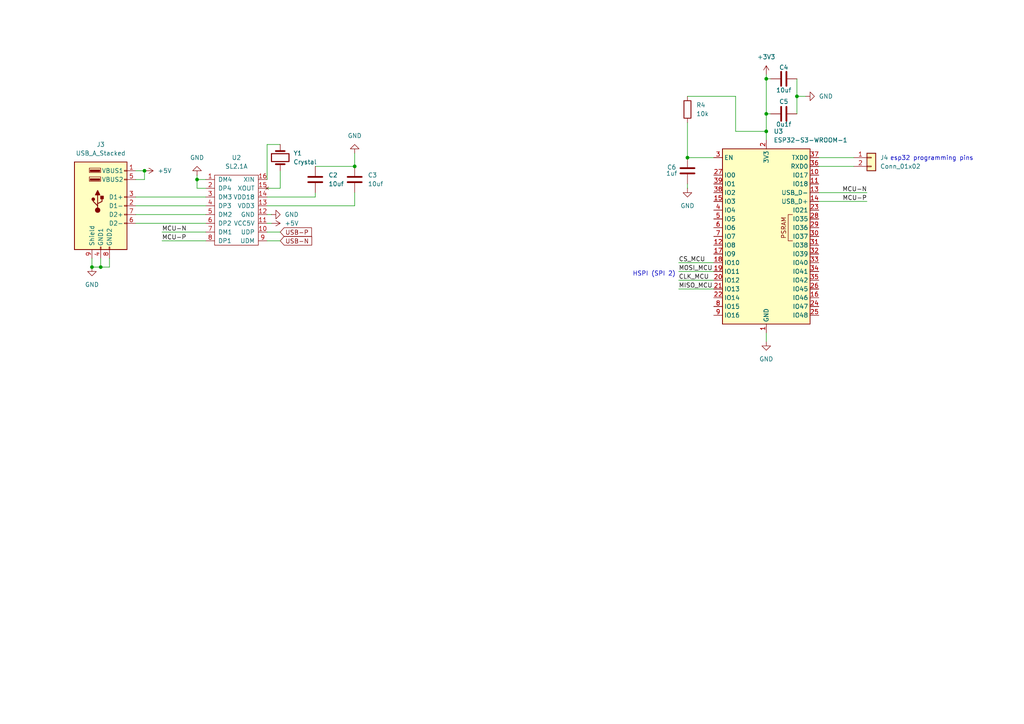
<source format=kicad_sch>
(kicad_sch (version 20250114) (generator "eeschema") (generator_version "9.0")
  (paper "A4")
  (lib_symbols
    (symbol "Connector:USB_A_Stacked" (pin_names (offset 1.016))
      (property "Reference" "J" (at 0 15.875 0))
      (property "Value" "USB_A_Stacked" (at 0 13.97 0))
      (symbol "USB_A_Stacked_0_1"
        (rectangle (start -7.62 12.7) (end 7.62 -12.7) (stroke (width 0.254)) (fill (type background)))
        (circle (center -2.159 1.905) (radius 0.381) (stroke (width 0.254)) (fill (type outline)))
        (polyline (pts (xy -1.524 3.175) (xy -0.254 3.175) (xy -0.889 4.445) (xy -1.524 3.175)) (stroke (width 0.254)) (fill (type outline)))
        (polyline (pts (xy -0.889 0) (xy -0.889 0.635) (xy 0.381 1.27) (xy 0.381 2.54)) (stroke (width 0.254)))
        (polyline (pts (xy -0.889 -0.635) (xy -0.889 0) (xy -2.159 1.27) (xy -2.159 1.905)) (stroke (width 0.254)))
        (circle (center -0.889 -1.27) (radius 0.635) (stroke (width 0.254)) (fill (type outline)))
        (rectangle (start -0.254 9.906) (end -3.048 10.414) (fill (type outline)))
        (rectangle (start -0.254 7.366) (end -3.048 7.874) (fill (type outline)))
        (rectangle (start -0.127 -12.7) (end 0.127 -11.938))
        (rectangle (start 0 9.652) (end -3.302 10.922))
        (rectangle (start 0 7.112) (end -3.302 8.382))
        (rectangle (start 0 2.794) (end 0.762 2.032) (stroke (width 0.254)) (fill (type outline)))
        (rectangle (start 2.413 -12.7) (end 2.667 -11.938))
        (rectangle (start 7.62 10.033) (end 6.858 10.287))
        (rectangle (start 7.62 7.493) (end 6.858 7.747))
        (rectangle (start 7.62 2.413) (end 6.858 2.667))
        (rectangle (start 7.62 -0.127) (end 6.858 0.127))
        (rectangle (start 7.62 -2.667) (end 6.858 -2.413))
        (rectangle (start 7.62 -5.207) (end 6.858 -4.953))
      )
      (symbol "USB_A_Stacked_1_1"
        (polyline (pts (xy -0.889 0.635) (xy -0.889 3.175)) (stroke (width 0.254)))
        (pin passive line (at -2.54 -15.24 90) (length 2.54) (name "Shield") (number "9"))
        (pin power_in line (at 0 -15.24 90) (length 2.54) (name "GND1") (number "4"))
        (pin power_in line (at 2.54 -15.24 90) (length 2.54) (name "GND2") (number "8"))
        (pin power_in line (at 10.16 10.16 180) (length 2.54) (name "VBUS1") (number "1"))
        (pin power_in line (at 10.16 7.62 180) (length 2.54) (name "VBUS2") (number "5"))
        (pin bidirectional line (at 10.16 2.54 180) (length 2.54) (name "D1+") (number "3"))
        (pin bidirectional line (at 10.16 0 180) (length 2.54) (name "D1-") (number "2"))
        (pin bidirectional line (at 10.16 -2.54 180) (length 2.54) (name "D2+") (number "7"))
        (pin bidirectional line (at 10.16 -5.08 180) (length 2.54) (name "D2-") (number "6"))
      )
    )
    (symbol "Connector_Generic:Conn_01x02" (pin_names (offset 1.016) (hide yes))
      (property "Reference" "J" (at 0 2.54 0))
      (property "Value" "Conn_01x02" (at 0 -5.08 0))
      (symbol "Conn_01x02_1_1"
        (rectangle (start -1.27 1.27) (end 1.27 -3.81) (stroke (width 0.254)) (fill (type background)))
        (rectangle (start -1.27 0.127) (end 0 -0.127) (stroke (width 0.1524)))
        (rectangle (start -1.27 -2.413) (end 0 -2.667) (stroke (width 0.1524)))
        (pin passive line (at -5.08 0 0) (length 3.81) (name "Pin_1") (number "1"))
        (pin passive line (at -5.08 -2.54 0) (length 3.81) (name "Pin_2") (number "2"))
      )
    )
    (symbol "Device:C" (pin_numbers (hide yes)) (pin_names (offset 0.254))
      (property "Reference" "C" (at 0.635 2.54 0))
      (property "Value" "C" (at 0.635 -2.54 0))
      (symbol "C_0_1"
        (polyline (pts (xy -2.032 0.762) (xy 2.032 0.762)) (stroke (width 0.508)))
        (polyline (pts (xy -2.032 -0.762) (xy 2.032 -0.762)) (stroke (width 0.508)))
      )
      (symbol "C_1_1"
        (pin passive line (at 0 3.81 270) (length 2.794) (name "~") (number "1"))
        (pin passive line (at 0 -3.81 90) (length 2.794) (name "~") (number "2"))
      )
    )
    (symbol "Device:Crystal" (pin_numbers (hide yes)) (pin_names (offset 1.016) (hide yes))
      (property "Reference" "Y" (at 0 3.81 0))
      (property "Value" "Crystal" (at 0 -3.81 0))
      (symbol "Crystal_0_1"
        (polyline (pts (xy -2.54 0) (xy -1.905 0)))
        (polyline (pts (xy -1.905 -1.27) (xy -1.905 1.27)) (stroke (width 0.508)))
        (rectangle (start -1.143 2.54) (end 1.143 -2.54) (stroke (width 0.3048)))
        (polyline (pts (xy 1.905 -1.27) (xy 1.905 1.27)) (stroke (width 0.508)))
        (polyline (pts (xy 2.54 0) (xy 1.905 0)))
      )
      (symbol "Crystal_1_1"
        (pin passive line (at -3.81 0 0) (length 1.27) (name "1") (number "1"))
        (pin passive line (at 3.81 0 180) (length 1.27) (name "2") (number "2"))
      )
    )
    (symbol "Device:R" (pin_numbers (hide yes)) (pin_names (offset 0))
      (property "Reference" "R" (at 2.032 0 90))
      (property "Value" "R" (at 0 0 90))
      (symbol "R_0_1"
        (rectangle (start -1.016 -2.54) (end 1.016 2.54) (stroke (width 0.254)))
      )
      (symbol "R_1_1"
        (pin passive line (at 0 3.81 270) (length 1.27) (name "~") (number "1"))
        (pin passive line (at 0 -3.81 90) (length 1.27) (name "~") (number "2"))
      )
    )
    (symbol "RF_Module:ESP32-S3-WROOM-1"
      (property "Reference" "U" (at -12.7 26.67 0))
      (property "Value" "ESP32-S3-WROOM-1" (at 12.7 26.67 0))
      (symbol "ESP32-S3-WROOM-1_0_0"
        (rectangle (start -12.7 25.4) (end 12.7 -25.4) (stroke (width 0.254)) (fill (type background)))
        (text "PSRAM" (at 5.08 2.54 900) (effects (font (size 1.27 1.27))))
      )
      (symbol "ESP32-S3-WROOM-1_0_1"
        (polyline (pts (xy 7.62 -1.27) (xy 6.35 -1.27) (xy 6.35 6.35) (xy 7.62 6.35)))
      )
      (symbol "ESP32-S3-WROOM-1_1_1"
        (pin input line (at -15.24 22.86 0) (length 2.54) (name "EN") (number "3"))
        (pin bidirectional line (at -15.24 17.78 0) (length 2.54) (name "IO0") (number "27"))
        (pin bidirectional line (at -15.24 15.24 0) (length 2.54) (name "IO1") (number "39"))
        (pin bidirectional line (at -15.24 12.7 0) (length 2.54) (name "IO2") (number "38"))
        (pin bidirectional line (at -15.24 10.16 0) (length 2.54) (name "IO3") (number "15"))
        (pin bidirectional line (at -15.24 7.62 0) (length 2.54) (name "IO4") (number "4"))
        (pin bidirectional line (at -15.24 5.08 0) (length 2.54) (name "IO5") (number "5"))
        (pin bidirectional line (at -15.24 2.54 0) (length 2.54) (name "IO6") (number "6"))
        (pin bidirectional line (at -15.24 0 0) (length 2.54) (name "IO7") (number "7"))
        (pin bidirectional line (at -15.24 -2.54 0) (length 2.54) (name "IO8") (number "12"))
        (pin bidirectional line (at -15.24 -5.08 0) (length 2.54) (name "IO9") (number "17"))
        (pin bidirectional line (at -15.24 -7.62 0) (length 2.54) (name "IO10") (number "18"))
        (pin bidirectional line (at -15.24 -10.16 0) (length 2.54) (name "IO11") (number "19"))
        (pin bidirectional line (at -15.24 -12.7 0) (length 2.54) (name "IO12") (number "20"))
        (pin bidirectional line (at -15.24 -15.24 0) (length 2.54) (name "IO13") (number "21"))
        (pin bidirectional line (at -15.24 -17.78 0) (length 2.54) (name "IO14") (number "22"))
        (pin bidirectional line (at -15.24 -20.32 0) (length 2.54) (name "IO15") (number "8"))
        (pin bidirectional line (at -15.24 -22.86 0) (length 2.54) (name "IO16") (number "9"))
        (pin power_in line (at 0 27.94 270) (length 2.54) (name "3V3") (number "2"))
        (pin power_in line (at 0 -27.94 90) (length 2.54) (name "GND") (number "1"))
        (pin passive line (at 0 -27.94 90) (length 2.54) (hide yes) (name "GND") (number "40"))
        (pin passive line (at 0 -27.94 90) (length 2.54) (hide yes) (name "GND") (number "41"))
        (pin bidirectional line (at 15.24 22.86 180) (length 2.54) (name "TXD0") (number "37"))
        (pin bidirectional line (at 15.24 20.32 180) (length 2.54) (name "RXD0") (number "36"))
        (pin bidirectional line (at 15.24 17.78 180) (length 2.54) (name "IO17") (number "10"))
        (pin bidirectional line (at 15.24 15.24 180) (length 2.54) (name "IO18") (number "11"))
        (pin bidirectional line (at 15.24 12.7 180) (length 2.54) (name "USB_D-") (number "13"))
        (pin bidirectional line (at 15.24 10.16 180) (length 2.54) (name "USB_D+") (number "14"))
        (pin bidirectional line (at 15.24 7.62 180) (length 2.54) (name "IO21") (number "23"))
        (pin bidirectional line (at 15.24 5.08 180) (length 2.54) (name "IO35") (number "28"))
        (pin bidirectional line (at 15.24 2.54 180) (length 2.54) (name "IO36") (number "29"))
        (pin bidirectional line (at 15.24 0 180) (length 2.54) (name "IO37") (number "30"))
        (pin bidirectional line (at 15.24 -2.54 180) (length 2.54) (name "IO38") (number "31"))
        (pin bidirectional line (at 15.24 -5.08 180) (length 2.54) (name "IO39") (number "32"))
        (pin bidirectional line (at 15.24 -7.62 180) (length 2.54) (name "IO40") (number "33"))
        (pin bidirectional line (at 15.24 -10.16 180) (length 2.54) (name "IO41") (number "34"))
        (pin bidirectional line (at 15.24 -12.7 180) (length 2.54) (name "IO42") (number "35"))
        (pin bidirectional line (at 15.24 -15.24 180) (length 2.54) (name "IO45") (number "26"))
        (pin bidirectional line (at 15.24 -17.78 180) (length 2.54) (name "IO46") (number "16"))
        (pin bidirectional line (at 15.24 -20.32 180) (length 2.54) (name "IO47") (number "24"))
        (pin bidirectional line (at 15.24 -22.86 180) (length 2.54) (name "IO48") (number "25"))
      )
    )
    (symbol "SL2:SL2.1A" (pin_names (offset 1.016))
      (property "Reference" "U" (at 0 -1.27 0))
      (property "Value" "SL2.1A" (at -5.08 -1.27 0))
      (symbol "SL2.1A_0_1"
        (rectangle (start -5.08 20.32) (end 7.62 0))
      )
      (symbol "SL2.1A_1_1"
        (pin output line (at -7.62 19.05 0) (length 2.54) (name "DM4") (number "1"))
        (pin output line (at -7.62 16.51 0) (length 2.54) (name "DP4") (number "2"))
        (pin output line (at -7.62 13.97 0) (length 2.54) (name "DM3") (number "3"))
        (pin output line (at -7.62 11.43 0) (length 2.54) (name "DP3") (number "4"))
        (pin output line (at -7.62 8.89 0) (length 2.54) (name "DM2") (number "5"))
        (pin output line (at -7.62 6.35 0) (length 2.54) (name "DP2") (number "6"))
        (pin output line (at -7.62 3.81 0) (length 2.54) (name "DM1") (number "7"))
        (pin output line (at -7.62 1.27 0) (length 2.54) (name "DP1") (number "8"))
        (pin power_in line (at 10.16 19.05 180) (length 2.54) (name "XIN") (number "16"))
        (pin no_connect line (at 10.16 16.51 180) (length 2.54) (name "XOUT") (number "15"))
        (pin power_out line (at 10.16 13.97 180) (length 2.54) (name "VDD18") (number "14"))
        (pin power_out line (at 10.16 11.43 180) (length 2.54) (name "VDD3") (number "13"))
        (pin power_in line (at 10.16 8.89 180) (length 2.54) (name "GND") (number "12"))
        (pin power_in line (at 10.16 6.35 180) (length 2.54) (name "VCC5V") (number "11"))
        (pin input line (at 10.16 3.81 180) (length 2.54) (name "UDP") (number "10"))
        (pin input line (at 10.16 1.27 180) (length 2.54) (name "UDM") (number "9"))
      )
    )
    (symbol "power:+3V3" (power) (pin_numbers (hide yes)) (pin_names (offset 0) (hide yes))
      (property "Value" "+3V3" (at 0 3.556 0))
      (symbol "+3V3_0_1"
        (polyline (pts (xy -0.762 1.27) (xy 0 2.54)))
        (polyline (pts (xy 0 2.54) (xy 0.762 1.27)))
        (polyline (pts (xy 0 0) (xy 0 2.54)))
      )
      (symbol "+3V3_1_1"
        (pin power_in line (at 0 0 90) (length 0) (name "~") (number "1"))
      )
    )
    (symbol "power:+5V" (power) (pin_numbers (hide yes)) (pin_names (offset 0) (hide yes))
      (property "Value" "+5V" (at 0 3.556 0))
      (symbol "+5V_0_1"
        (polyline (pts (xy -0.762 1.27) (xy 0 2.54)))
        (polyline (pts (xy 0 2.54) (xy 0.762 1.27)))
        (polyline (pts (xy 0 0) (xy 0 2.54)))
      )
      (symbol "+5V_1_1"
        (pin power_in line (at 0 0 90) (length 0) (name "~") (number "1"))
      )
    )
    (symbol "power:GND" (power) (pin_numbers (hide yes)) (pin_names (offset 0) (hide yes))
      (property "Value" "GND" (at 0 -3.81 0))
      (symbol "GND_0_1"
        (polyline (pts (xy 0 0) (xy 0 -1.27) (xy 1.27 -1.27) (xy 0 -2.54) (xy -1.27 -1.27) (xy 0 -1.27)))
      )
      (symbol "GND_1_1"
        (pin power_in line (at 0 0 270) (length 0) (name "~") (number "1"))
      )
    )
  )
  (text "esp32 programming pins" (at 270.256 45.974 0) (effects (font (size 1.27 1.27))))
  (text "HSPI (SPI 2)" (at 189.738 79.502 0) (effects (font (size 1.27 1.27))))
  (junction (at 231.14 27.94))
  (junction (at 41.91 49.53))
  (junction (at 26.67 77.47))
  (junction (at 222.25 38.1))
  (junction (at 57.15 52.07))
  (junction (at 199.39 45.72))
  (junction (at 102.87 48.26))
  (junction (at 29.21 77.47))
  (junction (at 222.25 22.86))
  (junction (at 222.25 33.02))
  (wire (pts (xy 57.15 52.07) (xy 57.15 50.8)))
  (wire (pts (xy 222.25 22.86) (xy 222.25 33.02)))
  (wire (pts (xy 231.14 27.94) (xy 231.14 33.02)))
  (wire (pts (xy 29.21 74.93) (xy 29.21 77.47)))
  (wire (pts (xy 196.85 78.74) (xy 207.01 78.74)))
  (wire (pts (xy 77.47 41.91) (xy 81.28 41.91)))
  (wire (pts (xy 39.37 62.23) (xy 59.69 62.23)))
  (wire (pts (xy 231.14 22.86) (xy 231.14 27.94)))
  (wire (pts (xy 77.47 52.07) (xy 77.47 41.91)))
  (wire (pts (xy 231.14 27.94) (xy 233.68 27.94)))
  (wire (pts (xy 199.39 45.72) (xy 207.01 45.72)))
  (wire (pts (xy 199.39 54.61) (xy 199.39 53.34)))
  (wire (pts (xy 39.37 52.07) (xy 41.91 52.07)))
  (wire (pts (xy 57.15 52.07) (xy 59.69 52.07)))
  (wire (pts (xy 222.25 33.02) (xy 223.52 33.02)))
  (wire (pts (xy 91.44 57.15) (xy 91.44 55.88)))
  (wire (pts (xy 39.37 59.69) (xy 59.69 59.69)))
  (wire (pts (xy 247.65 48.26) (xy 237.49 48.26)))
  (wire (pts (xy 196.85 83.82) (xy 207.01 83.82)))
  (wire (pts (xy 77.47 64.77) (xy 78.74 64.77)))
  (wire (pts (xy 196.85 81.28) (xy 207.01 81.28)))
  (wire (pts (xy 213.36 38.1) (xy 222.25 38.1)))
  (wire (pts (xy 26.67 74.93) (xy 26.67 77.47)))
  (wire (pts (xy 41.91 52.07) (xy 41.91 49.53)))
  (wire (pts (xy 77.47 54.61) (xy 81.28 54.61)))
  (wire (pts (xy 39.37 64.77) (xy 59.69 64.77)))
  (wire (pts (xy 46.99 69.85) (xy 59.69 69.85)))
  (wire (pts (xy 81.28 69.85) (xy 77.47 69.85)))
  (wire (pts (xy 91.44 48.26) (xy 102.87 48.26)))
  (wire (pts (xy 199.39 35.56) (xy 199.39 45.72)))
  (wire (pts (xy 102.87 59.69) (xy 102.87 55.88)))
  (wire (pts (xy 213.36 27.94) (xy 213.36 38.1)))
  (wire (pts (xy 77.47 57.15) (xy 91.44 57.15)))
  (wire (pts (xy 77.47 62.23) (xy 78.74 62.23)))
  (wire (pts (xy 222.25 38.1) (xy 222.25 40.64)))
  (wire (pts (xy 102.87 44.45) (xy 102.87 48.26)))
  (wire (pts (xy 31.75 74.93) (xy 31.75 77.47)))
  (wire (pts (xy 31.75 77.47) (xy 29.21 77.47)))
  (wire (pts (xy 59.69 54.61) (xy 57.15 54.61)))
  (wire (pts (xy 81.28 67.31) (xy 77.47 67.31)))
  (wire (pts (xy 222.25 21.59) (xy 222.25 22.86)))
  (wire (pts (xy 29.21 77.47) (xy 26.67 77.47)))
  (wire (pts (xy 251.46 58.42) (xy 237.49 58.42)))
  (wire (pts (xy 196.85 76.2) (xy 207.01 76.2)))
  (wire (pts (xy 247.65 45.72) (xy 237.49 45.72)))
  (wire (pts (xy 57.15 54.61) (xy 57.15 52.07)))
  (wire (pts (xy 46.99 67.31) (xy 59.69 67.31)))
  (wire (pts (xy 81.28 54.61) (xy 81.28 49.53)))
  (wire (pts (xy 223.52 22.86) (xy 222.25 22.86)))
  (wire (pts (xy 39.37 57.15) (xy 59.69 57.15)))
  (wire (pts (xy 222.25 96.52) (xy 222.25 99.06)))
  (wire (pts (xy 39.37 49.53) (xy 41.91 49.53)))
  (wire (pts (xy 251.46 55.88) (xy 237.49 55.88)))
  (wire (pts (xy 199.39 27.94) (xy 213.36 27.94)))
  (wire (pts (xy 77.47 59.69) (xy 102.87 59.69)))
  (wire (pts (xy 222.25 33.02) (xy 222.25 38.1)))
  (label "CLK_MCU" (at 196.85 81.28 0))
  (label "CS_MCU" (at 196.85 76.2 0))
  (label "MCU-N" (at 46.99 67.31 0))
  (label "MCU-P" (at 46.99 69.85 0))
  (label "MCU-P" (at 251.46 58.42 180))
  (label "MISO_MCU" (at 196.85 83.82 0))
  (label "MCU-N" (at 251.46 55.88 180))
  (label "MOSI_MCU" (at 196.85 78.74 0))
  (global_label "USB-P" (shape input) (at 81.28 67.31 0) (property "Intersheetrefs" "${INTERSHEET_REFS}" (effects (hide yes))))
  (global_label "USB-N" (shape input) (at 81.28 69.85 0) (property "Intersheetrefs" "${INTERSHEET_REFS}" (effects (hide yes))))
  (symbol (lib_id "Device:Crystal") (at 81.28 45.72 90) (unit 1)
    (property "Reference" "Y1" (at 85.09 44.4499 90) (effects (justify right)))
    (property "Value" "Crystal" (at 85.09 46.9899 90) (effects (justify right)))
    (property "Description" "Two pin crystal" (effects (hide yes)))
  )
  (symbol (lib_id "power:+3V3") (at 222.25 21.59 0) (unit 1)
    (property "Reference" "#PWR020" (effects (hide yes)))
    (property "Value" "+3V3" (at 222.25 16.51 0))
    (property "Description" "Power symbol creates a global label with name \"+3V3\"" (effects (hide yes)))
  )
  (symbol (lib_id "Connector:USB_A_Stacked") (at 29.21 59.69 0) (unit 1)
    (property "Reference" "J3" (at 29.21 41.91 0))
    (property "Value" "USB_A_Stacked" (at 29.21 44.45 0))
    (property "Description" "USB Type A connector, stacked" (effects (hide yes)))
  )
  (symbol (lib_id "power:GND") (at 222.25 99.06 0) (unit 1)
    (property "Reference" "#PWR021" (effects (hide yes)))
    (property "Value" "GND" (at 222.25 104.14 0))
    (property "Description" "Power symbol creates a global label with name \"GND\" , ground" (effects (hide yes)))
  )
  (symbol (lib_id "power:GND") (at 78.74 62.23 90) (unit 1)
    (property "Reference" "#PWR016" (effects (hide yes)))
    (property "Value" "GND" (at 82.55 62.2299 90) (effects (justify right)))
    (property "Description" "Power symbol creates a global label with name \"GND\" , ground" (effects (hide yes)))
  )
  (symbol (lib_id "power:GND") (at 102.87 44.45 180) (unit 1)
    (property "Reference" "#PWR019" (effects (hide yes)))
    (property "Value" "GND" (at 102.87 39.37 0))
    (property "Description" "Power symbol creates a global label with name \"GND\" , ground" (effects (hide yes)))
  )
  (symbol (lib_id "Device:R") (at 199.39 31.75 0) (unit 1)
    (property "Reference" "R4" (at 201.93 30.4799 0) (effects (justify left)))
    (property "Value" "10k" (at 201.93 33.0199 0) (effects (justify left)))
    (property "Description" "Resistor" (effects (hide yes)))
  )
  (symbol (lib_id "Device:C") (at 102.87 52.07 0) (unit 1)
    (property "Reference" "C3" (at 106.68 50.7999 0) (effects (justify left)))
    (property "Value" "10uf" (at 106.68 53.3399 0) (effects (justify left)))
    (property "Description" "Unpolarized capacitor" (effects (hide yes)))
  )
  (symbol (lib_id "power:GND") (at 57.15 50.8 180) (unit 1)
    (property "Reference" "#PWR024" (effects (hide yes)))
    (property "Value" "GND" (at 57.15 45.72 0))
    (property "Description" "Power symbol creates a global label with name \"GND\" , ground" (effects (hide yes)))
  )
  (symbol (lib_id "RF_Module:ESP32-S3-WROOM-1") (at 222.25 68.58 0) (unit 1)
    (property "Reference" "U3" (at 224.3933 38.1 0) (effects (justify left)))
    (property "Value" "ESP32-S3-WROOM-1" (at 224.3933 40.64 0) (effects (justify left)))
    (property "Footprint" "RF_Module:ESP32-S3-WROOM-1" (effects (hide yes)))
    (property "Datasheet" "https://www.espressif.com/sites/default/files/documentation/esp32-s3-wroom-1_wroom-1u_datasheet_en.pdf" (effects (hide yes)))
    (property "Description" "RF Module, ESP32-S3 SoC, Wi-Fi 802.11b/g/n, Bluetooth, BLE, 32-bit, 3.3V, onboard antenna, SMD" (effects (hide yes)))
  )
  (symbol (lib_id "power:GND") (at 26.67 77.47 0) (unit 1)
    (property "Reference" "#PWR018" (effects (hide yes)))
    (property "Value" "GND" (at 26.67 82.55 0))
    (property "Description" "Power symbol creates a global label with name \"GND\" , ground" (effects (hide yes)))
  )
  (symbol (lib_id "power:GND") (at 199.39 54.61 0) (unit 1)
    (property "Reference" "#PWR023" (effects (hide yes)))
    (property "Value" "GND" (at 199.39 59.69 0))
    (property "Description" "Power symbol creates a global label with name \"GND\" , ground" (effects (hide yes)))
  )
  (symbol (lib_id "power:+5V") (at 41.91 49.53 270) (unit 1)
    (property "Reference" "#PWR017" (effects (hide yes)))
    (property "Value" "+5V" (at 45.72 49.5299 90) (effects (justify left)))
    (property "Description" "Power symbol creates a global label with name \"+5V\"" (effects (hide yes)))
  )
  (symbol (lib_id "SL2:SL2.1A") (at 67.31 71.12 0) (unit 1)
    (property "Reference" "U2" (at 68.58 45.72 0))
    (property "Value" "SL2.1A" (at 68.58 48.26 0))
    (property "Footprint" "Package_SO:SOIC-16_4.55x10.3mm_P1.27mm" (effects (hide yes)))
  )
  (symbol (lib_id "Device:C") (at 227.33 22.86 90) (unit 1)
    (property "Reference" "C4" (at 227.33 19.558 90))
    (property "Value" "10uf" (at 227.33 26.162 90))
    (property "Description" "Unpolarized capacitor" (effects (hide yes)))
  )
  (symbol (lib_id "Device:C") (at 91.44 52.07 0) (unit 1)
    (property "Reference" "C2" (at 95.25 50.7999 0) (effects (justify left)))
    (property "Value" "10uf" (at 95.25 53.3399 0) (effects (justify left)))
    (property "Description" "Unpolarized capacitor" (effects (hide yes)))
  )
  (symbol (lib_id "power:GND") (at 233.68 27.94 90) (unit 1)
    (property "Reference" "#PWR022" (effects (hide yes)))
    (property "Value" "GND" (at 237.49 27.9399 90) (effects (justify right)))
    (property "Description" "Power symbol creates a global label with name \"GND\" , ground" (effects (hide yes)))
  )
  (symbol (lib_id "Connector_Generic:Conn_01x02") (at 252.73 45.72 0) (unit 1)
    (property "Reference" "J4" (at 255.27 45.7199 0) (effects (justify left)))
    (property "Value" "Conn_01x02" (at 255.27 48.2599 0) (effects (justify left)))
    (property "Description" "Generic connector, single row, 01x02, script generated (kicad-library-utils/schlib/autogen/connector/)" (effects (hide yes)))
  )
  (symbol (lib_id "Device:C") (at 227.33 33.02 90) (unit 1)
    (property "Reference" "C5" (at 227.33 29.464 90))
    (property "Value" "0u1f" (at 227.33 36.068 90))
    (property "Description" "Unpolarized capacitor" (effects (hide yes)))
  )
  (symbol (lib_id "power:+5V") (at 78.74 64.77 270) (unit 1)
    (property "Reference" "#PWR015" (effects (hide yes)))
    (property "Value" "+5V" (at 82.55 64.7699 90) (effects (justify left)))
    (property "Description" "Power symbol creates a global label with name \"+5V\"" (effects (hide yes)))
  )
  (symbol (lib_id "Device:C") (at 199.39 49.53 180) (unit 1)
    (property "Reference" "C6" (at 194.818 48.514 0))
    (property "Value" "1uf" (at 194.818 50.292 0))
    (property "Description" "Unpolarized capacitor" (effects (hide yes)))
  )
)
</source>
